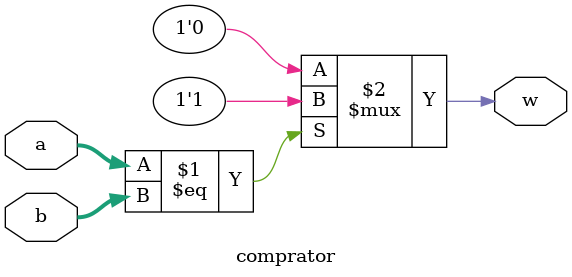
<source format=v>
module register(rst, load, clk, d, q);
	parameter n = 32;
	input rst, load, clk;
	input [n-1:0] d;
	output reg [n-1:0] q;

	always @(posedge clk)
		if (rst)
			q <= {n{1'b0}};
		else if (load)
			q <= d;
		else 
			q <= q;
endmodule

module mux2to1(a, b, s, w);
	parameter n = 32;
	input [n-1:0] a, b;
	input s;
	output [n-1:0] w;

	assign w = s ? b : a;
endmodule

module mux3to1(a, b, c, s, w);
	parameter n = 32;
	input [n-1:0] a, b, c;
	input [1:0] s;
	output [n-1:0] w;

	assign w = (s == 0) ? a : (s == 1) ? b : c;
endmodule

module adder(a, b, w);
	parameter n = 32;
	input [n-1:0] a, b;
	output [n-1:0] w;

	assign w = a + b;
endmodule

module SignExtend(in, out);
	parameter from = 16;
	parameter to = 32;
	input [from-1:0]in;
	output [to-1:0]out;

	assign out = {{(to-from){in[from-1]}},in};
endmodule

module shiftLeft2(in, out);
	parameter n = 32;
	input [n-1:0]in;
	output [n-1:0]out;

	assign out = {in[n-3:0], 2'b00};
endmodule

module comprator (a, b, w);
	parameter n = 32;
	input [n-1:0] a, b;
	output w;

	assign w = (a==b) ? 1'b1 : 1'b0;
endmodule
</source>
